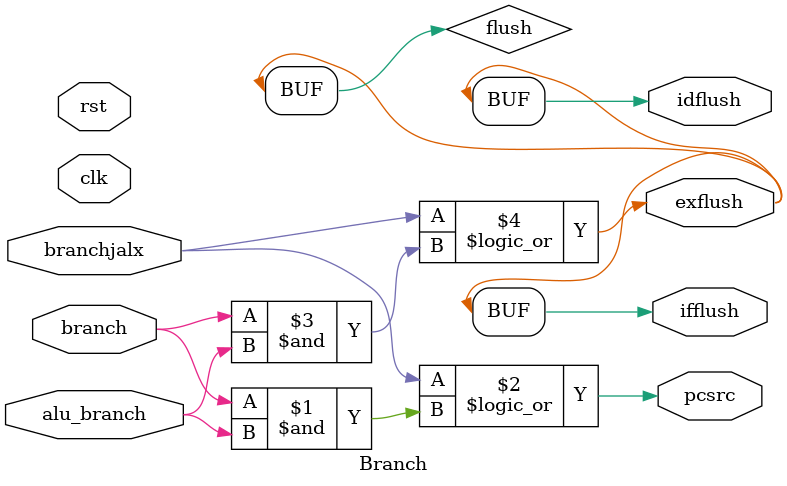
<source format=v>
`include "riscv_def.v"


module Branch (
    input  clk,
    input  rst,
    input  branch,
    input  alu_branch,
    input  branchjalx,
    output pcsrc,
    output ifflush,
    output idflush,
    output exflush
);

    assign pcsrc = branchjalx || (branch & alu_branch);
    // flush the instruction stored when branch is taken
    wire flush;
    assign flush = branchjalx || (branch & alu_branch);
    assign ifflush = flush;
    assign idflush = flush;
    assign exflush = flush;

endmodule

</source>
